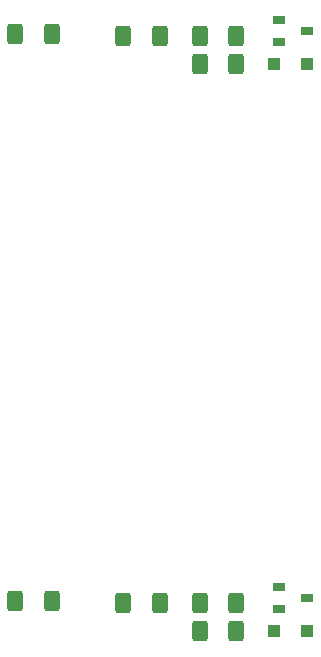
<source format=gtp>
%MOIN*%
%OFA0B0*%
%FSLAX46Y46*%
%IPPOS*%
%LPD*%
%AMRoundRect*
4,1,4,
0.07874015748031496,0.11811023622047245,
0.15748031496062992,0.19685039370078741,
0.23622047244094491,0.27559055118110237,
0.31496062992125984,0.35433070866141736,
0.07874015748031496,0.11811023622047245,
0*
1,1,$1,$2,$3*
1,1,$1,$2,$3*
1,1,$1,$2,$3*
1,1,$1,$2,$3*
20,1,$1,$2,$3,$4,$5,0*
20,1,$1,$2,$3,$4,$5,0*
20,1,$1,$2,$3,$4,$5,0*
20,1,$1,$2,$3,$4,$5,0*%
%AMCOMP15*
4,1,3,
0.015748031496062995,0.024606299212598427,
-0.015748031496062995,0.024606299212598427,
-0.015748031496062995,-0.024606299212598427,
0.015748031496062995,-0.024606299212598427,
0*
4,1,19,
0.015748031496062995,0.034448818897637797,
0.018789537346210115,0.033967091695818442,
0.02153331941232749,0.032569064905265233,
0.0237107971887298,0.030391587128862928,
0.025108823979283011,0.027647805062745546,
0.025590551181102365,0.024606299212598427,
0.025108823979283011,0.021564793362451307,
0.0237107971887298,0.018821011296333928,
0.021533319412327497,0.016643533519931621,
0.018789537346210115,0.015245506729378409,
0.015748031496062995,0.014763779527559057,
0.012706525645915871,0.015245506729378409,
0.009962743579798497,0.016643533519931621,
0.0077852658033961885,0.018821011296333925,
0.0063872390128429787,0.021564793362451307,
0.0059055118110236228,0.024606299212598427,
0.006387239012842977,0.027647805062745546,
0.0077852658033961868,0.030391587128862925,
0.0099627435797984918,0.032569064905265233,
0.012706525645915871,0.033967091695818442,
0*
4,1,19,
-0.015748031496062995,0.034448818897637797,
-0.012706525645915873,0.033967091695818442,
-0.0099627435797984935,0.032569064905265233,
-0.0077852658033961877,0.030391587128862928,
-0.0063872390128429787,0.027647805062745546,
-0.0059055118110236228,0.024606299212598427,
-0.006387239012842977,0.021564793362451307,
-0.0077852658033961877,0.018821011296333928,
-0.0099627435797984918,0.016643533519931621,
-0.012706525645915873,0.015245506729378409,
-0.015748031496062992,0.014763779527559057,
-0.018789537346210118,0.015245506729378409,
-0.02153331941232749,0.016643533519931621,
-0.0237107971887298,0.018821011296333925,
-0.025108823979283011,0.021564793362451307,
-0.025590551181102365,0.024606299212598427,
-0.025108823979283011,0.027647805062745546,
-0.0237107971887298,0.030391587128862925,
-0.021533319412327497,0.032569064905265233,
-0.018789537346210118,0.033967091695818442,
0*
4,1,19,
-0.015748031496062995,-0.014763779527559057,
-0.012706525645915873,-0.015245506729378409,
-0.0099627435797984935,-0.016643533519931621,
-0.0077852658033961877,-0.018821011296333928,
-0.0063872390128429787,-0.021564793362451307,
-0.0059055118110236228,-0.024606299212598427,
-0.006387239012842977,-0.027647805062745546,
-0.0077852658033961877,-0.030391587128862925,
-0.0099627435797984918,-0.032569064905265233,
-0.012706525645915873,-0.033967091695818442,
-0.015748031496062992,-0.034448818897637797,
-0.018789537346210118,-0.033967091695818442,
-0.02153331941232749,-0.032569064905265233,
-0.0237107971887298,-0.030391587128862928,
-0.025108823979283011,-0.027647805062745546,
-0.025590551181102365,-0.024606299212598427,
-0.025108823979283011,-0.021564793362451307,
-0.0237107971887298,-0.018821011296333928,
-0.021533319412327497,-0.016643533519931621,
-0.018789537346210118,-0.015245506729378409,
0*
4,1,19,
0.015748031496062995,-0.014763779527559057,
0.018789537346210115,-0.015245506729378409,
0.02153331941232749,-0.016643533519931621,
0.0237107971887298,-0.018821011296333928,
0.025108823979283011,-0.021564793362451307,
0.025590551181102365,-0.024606299212598427,
0.025108823979283011,-0.027647805062745546,
0.0237107971887298,-0.030391587128862925,
0.021533319412327497,-0.032569064905265233,
0.018789537346210115,-0.033967091695818442,
0.015748031496062995,-0.034448818897637797,
0.012706525645915871,-0.033967091695818442,
0.009962743579798497,-0.032569064905265233,
0.0077852658033961885,-0.030391587128862928,
0.0063872390128429787,-0.027647805062745546,
0.0059055118110236228,-0.024606299212598427,
0.006387239012842977,-0.021564793362451307,
0.0077852658033961868,-0.018821011296333928,
0.0099627435797984918,-0.016643533519931621,
0.012706525645915871,-0.015245506729378409,
0*
4,1,3,
0.015748031496062995,0.034448818897637797,
0.015748031496062995,0.014763779527559057,
-0.015748031496062995,0.014763779527559057,
-0.015748031496062995,0.034448818897637797,
0*
4,1,3,
-0.025590551181102365,0.024606299212598427,
-0.0059055118110236228,0.024606299212598427,
-0.0059055118110236228,-0.024606299212598427,
-0.025590551181102365,-0.024606299212598427,
0*
4,1,3,
-0.015748031496062995,-0.034448818897637797,
-0.015748031496062995,-0.014763779527559057,
0.015748031496062995,-0.014763779527559057,
0.015748031496062995,-0.034448818897637797,
0*
4,1,3,
0.025590551181102365,-0.024606299212598427,
0.0059055118110236228,-0.024606299212598427,
0.0059055118110236228,0.024606299212598427,
0.025590551181102365,0.024606299212598427,
0*%
%AMCOMP16*
4,1,3,
-0.015748031496062995,-0.024606299212598427,
0.015748031496062995,-0.024606299212598427,
0.015748031496062995,0.024606299212598427,
-0.015748031496062995,0.024606299212598427,
0*
4,1,19,
-0.015748031496062995,-0.014763779527559057,
-0.012706525645915873,-0.015245506729378409,
-0.0099627435797984935,-0.016643533519931621,
-0.0077852658033961877,-0.018821011296333928,
-0.0063872390128429787,-0.021564793362451307,
-0.0059055118110236228,-0.024606299212598427,
-0.006387239012842977,-0.027647805062745546,
-0.0077852658033961877,-0.030391587128862925,
-0.0099627435797984918,-0.032569064905265233,
-0.012706525645915873,-0.033967091695818442,
-0.015748031496062992,-0.034448818897637797,
-0.018789537346210118,-0.033967091695818442,
-0.02153331941232749,-0.032569064905265233,
-0.0237107971887298,-0.030391587128862928,
-0.025108823979283011,-0.027647805062745546,
-0.025590551181102365,-0.024606299212598427,
-0.025108823979283011,-0.021564793362451307,
-0.0237107971887298,-0.018821011296333928,
-0.021533319412327497,-0.016643533519931621,
-0.018789537346210118,-0.015245506729378409,
0*
4,1,19,
0.015748031496062995,-0.014763779527559057,
0.018789537346210115,-0.015245506729378409,
0.02153331941232749,-0.016643533519931621,
0.0237107971887298,-0.018821011296333928,
0.025108823979283011,-0.021564793362451307,
0.025590551181102365,-0.024606299212598427,
0.025108823979283011,-0.027647805062745546,
0.0237107971887298,-0.030391587128862925,
0.021533319412327497,-0.032569064905265233,
0.018789537346210115,-0.033967091695818442,
0.015748031496062995,-0.034448818897637797,
0.012706525645915871,-0.033967091695818442,
0.009962743579798497,-0.032569064905265233,
0.0077852658033961885,-0.030391587128862928,
0.0063872390128429787,-0.027647805062745546,
0.0059055118110236228,-0.024606299212598427,
0.006387239012842977,-0.021564793362451307,
0.0077852658033961868,-0.018821011296333928,
0.0099627435797984918,-0.016643533519931621,
0.012706525645915871,-0.015245506729378409,
0*
4,1,19,
0.015748031496062995,0.034448818897637797,
0.018789537346210115,0.033967091695818442,
0.02153331941232749,0.032569064905265233,
0.0237107971887298,0.030391587128862928,
0.025108823979283011,0.027647805062745546,
0.025590551181102365,0.024606299212598427,
0.025108823979283011,0.021564793362451307,
0.0237107971887298,0.018821011296333928,
0.021533319412327497,0.016643533519931621,
0.018789537346210115,0.015245506729378409,
0.015748031496062995,0.014763779527559057,
0.012706525645915871,0.015245506729378409,
0.009962743579798497,0.016643533519931621,
0.0077852658033961885,0.018821011296333925,
0.0063872390128429787,0.021564793362451307,
0.0059055118110236228,0.024606299212598427,
0.006387239012842977,0.027647805062745546,
0.0077852658033961868,0.030391587128862925,
0.0099627435797984918,0.032569064905265233,
0.012706525645915871,0.033967091695818442,
0*
4,1,19,
-0.015748031496062995,0.034448818897637797,
-0.012706525645915873,0.033967091695818442,
-0.0099627435797984935,0.032569064905265233,
-0.0077852658033961877,0.030391587128862928,
-0.0063872390128429787,0.027647805062745546,
-0.0059055118110236228,0.024606299212598427,
-0.006387239012842977,0.021564793362451307,
-0.0077852658033961877,0.018821011296333928,
-0.0099627435797984918,0.016643533519931621,
-0.012706525645915873,0.015245506729378409,
-0.015748031496062992,0.014763779527559057,
-0.018789537346210118,0.015245506729378409,
-0.02153331941232749,0.016643533519931621,
-0.0237107971887298,0.018821011296333925,
-0.025108823979283011,0.021564793362451307,
-0.025590551181102365,0.024606299212598427,
-0.025108823979283011,0.027647805062745546,
-0.0237107971887298,0.030391587128862925,
-0.021533319412327497,0.032569064905265233,
-0.018789537346210118,0.033967091695818442,
0*
4,1,3,
-0.015748031496062995,-0.034448818897637797,
-0.015748031496062995,-0.014763779527559057,
0.015748031496062995,-0.014763779527559057,
0.015748031496062995,-0.034448818897637797,
0*
4,1,3,
0.025590551181102365,-0.024606299212598427,
0.0059055118110236228,-0.024606299212598427,
0.0059055118110236228,0.024606299212598427,
0.025590551181102365,0.024606299212598427,
0*
4,1,3,
0.015748031496062995,0.034448818897637797,
0.015748031496062995,0.014763779527559057,
-0.015748031496062995,0.014763779527559057,
-0.015748031496062995,0.034448818897637797,
0*
4,1,3,
-0.025590551181102365,0.024606299212598427,
-0.0059055118110236228,0.024606299212598427,
-0.0059055118110236228,-0.024606299212598427,
-0.025590551181102365,-0.024606299212598427,
0*%
%AMRoundRect0*
4,1,4,
0.07874015748031496,0.11811023622047245,
0.15748031496062992,0.19685039370078741,
0.23622047244094491,0.27559055118110237,
0.31496062992125984,0.35433070866141736,
0.07874015748031496,0.11811023622047245,
0*
1,1,$1,$2,$3*
1,1,$1,$2,$3*
1,1,$1,$2,$3*
1,1,$1,$2,$3*
20,1,$1,$2,$3,$4,$5,0*
20,1,$1,$2,$3,$4,$5,0*
20,1,$1,$2,$3,$4,$5,0*
20,1,$1,$2,$3,$4,$5,0*%
%AMCOMP310*
4,1,3,
0.015748031496062995,0.024606299212598427,
-0.015748031496062995,0.024606299212598427,
-0.015748031496062995,-0.024606299212598427,
0.015748031496062995,-0.024606299212598427,
0*
4,1,19,
0.015748031496062995,0.034448818897637797,
0.018789537346210115,0.033967091695818442,
0.02153331941232749,0.032569064905265233,
0.0237107971887298,0.030391587128862928,
0.025108823979283011,0.027647805062745546,
0.025590551181102365,0.024606299212598427,
0.025108823979283011,0.021564793362451307,
0.0237107971887298,0.018821011296333928,
0.021533319412327497,0.016643533519931621,
0.018789537346210115,0.015245506729378409,
0.015748031496062995,0.014763779527559057,
0.012706525645915871,0.015245506729378409,
0.009962743579798497,0.016643533519931621,
0.0077852658033961885,0.018821011296333925,
0.0063872390128429787,0.021564793362451307,
0.0059055118110236228,0.024606299212598427,
0.006387239012842977,0.027647805062745546,
0.0077852658033961868,0.030391587128862925,
0.0099627435797984918,0.032569064905265233,
0.012706525645915871,0.033967091695818442,
0*
4,1,19,
-0.015748031496062995,0.034448818897637797,
-0.012706525645915873,0.033967091695818442,
-0.0099627435797984935,0.032569064905265233,
-0.0077852658033961877,0.030391587128862928,
-0.0063872390128429787,0.027647805062745546,
-0.0059055118110236228,0.024606299212598427,
-0.006387239012842977,0.021564793362451307,
-0.0077852658033961877,0.018821011296333928,
-0.0099627435797984918,0.016643533519931621,
-0.012706525645915873,0.015245506729378409,
-0.015748031496062992,0.014763779527559057,
-0.018789537346210118,0.015245506729378409,
-0.02153331941232749,0.016643533519931621,
-0.0237107971887298,0.018821011296333925,
-0.025108823979283011,0.021564793362451307,
-0.025590551181102365,0.024606299212598427,
-0.025108823979283011,0.027647805062745546,
-0.0237107971887298,0.030391587128862925,
-0.021533319412327497,0.032569064905265233,
-0.018789537346210118,0.033967091695818442,
0*
4,1,19,
-0.015748031496062995,-0.014763779527559057,
-0.012706525645915873,-0.015245506729378409,
-0.0099627435797984935,-0.016643533519931621,
-0.0077852658033961877,-0.018821011296333928,
-0.0063872390128429787,-0.021564793362451307,
-0.0059055118110236228,-0.024606299212598427,
-0.006387239012842977,-0.027647805062745546,
-0.0077852658033961877,-0.030391587128862925,
-0.0099627435797984918,-0.032569064905265233,
-0.012706525645915873,-0.033967091695818442,
-0.015748031496062992,-0.034448818897637797,
-0.018789537346210118,-0.033967091695818442,
-0.02153331941232749,-0.032569064905265233,
-0.0237107971887298,-0.030391587128862928,
-0.025108823979283011,-0.027647805062745546,
-0.025590551181102365,-0.024606299212598427,
-0.025108823979283011,-0.021564793362451307,
-0.0237107971887298,-0.018821011296333928,
-0.021533319412327497,-0.016643533519931621,
-0.018789537346210118,-0.015245506729378409,
0*
4,1,19,
0.015748031496062995,-0.014763779527559057,
0.018789537346210115,-0.015245506729378409,
0.02153331941232749,-0.016643533519931621,
0.0237107971887298,-0.018821011296333928,
0.025108823979283011,-0.021564793362451307,
0.025590551181102365,-0.024606299212598427,
0.025108823979283011,-0.027647805062745546,
0.0237107971887298,-0.030391587128862925,
0.021533319412327497,-0.032569064905265233,
0.018789537346210115,-0.033967091695818442,
0.015748031496062995,-0.034448818897637797,
0.012706525645915871,-0.033967091695818442,
0.009962743579798497,-0.032569064905265233,
0.0077852658033961885,-0.030391587128862928,
0.0063872390128429787,-0.027647805062745546,
0.0059055118110236228,-0.024606299212598427,
0.006387239012842977,-0.021564793362451307,
0.0077852658033961868,-0.018821011296333928,
0.0099627435797984918,-0.016643533519931621,
0.012706525645915871,-0.015245506729378409,
0*
4,1,3,
0.015748031496062995,0.034448818897637797,
0.015748031496062995,0.014763779527559057,
-0.015748031496062995,0.014763779527559057,
-0.015748031496062995,0.034448818897637797,
0*
4,1,3,
-0.025590551181102365,0.024606299212598427,
-0.0059055118110236228,0.024606299212598427,
-0.0059055118110236228,-0.024606299212598427,
-0.025590551181102365,-0.024606299212598427,
0*
4,1,3,
-0.015748031496062995,-0.034448818897637797,
-0.015748031496062995,-0.014763779527559057,
0.015748031496062995,-0.014763779527559057,
0.015748031496062995,-0.034448818897637797,
0*
4,1,3,
0.025590551181102365,-0.024606299212598427,
0.0059055118110236228,-0.024606299212598427,
0.0059055118110236228,0.024606299212598427,
0.025590551181102365,0.024606299212598427,
0*%
%AMCOMP320*
4,1,3,
-0.015748031496062995,-0.024606299212598427,
0.015748031496062995,-0.024606299212598427,
0.015748031496062995,0.024606299212598427,
-0.015748031496062995,0.024606299212598427,
0*
4,1,19,
-0.015748031496062995,-0.014763779527559057,
-0.012706525645915873,-0.015245506729378409,
-0.0099627435797984935,-0.016643533519931621,
-0.0077852658033961877,-0.018821011296333928,
-0.0063872390128429787,-0.021564793362451307,
-0.0059055118110236228,-0.024606299212598427,
-0.006387239012842977,-0.027647805062745546,
-0.0077852658033961877,-0.030391587128862925,
-0.0099627435797984918,-0.032569064905265233,
-0.012706525645915873,-0.033967091695818442,
-0.015748031496062992,-0.034448818897637797,
-0.018789537346210118,-0.033967091695818442,
-0.02153331941232749,-0.032569064905265233,
-0.0237107971887298,-0.030391587128862928,
-0.025108823979283011,-0.027647805062745546,
-0.025590551181102365,-0.024606299212598427,
-0.025108823979283011,-0.021564793362451307,
-0.0237107971887298,-0.018821011296333928,
-0.021533319412327497,-0.016643533519931621,
-0.018789537346210118,-0.015245506729378409,
0*
4,1,19,
0.015748031496062995,-0.014763779527559057,
0.018789537346210115,-0.015245506729378409,
0.02153331941232749,-0.016643533519931621,
0.0237107971887298,-0.018821011296333928,
0.025108823979283011,-0.021564793362451307,
0.025590551181102365,-0.024606299212598427,
0.025108823979283011,-0.027647805062745546,
0.0237107971887298,-0.030391587128862925,
0.021533319412327497,-0.032569064905265233,
0.018789537346210115,-0.033967091695818442,
0.015748031496062995,-0.034448818897637797,
0.012706525645915871,-0.033967091695818442,
0.009962743579798497,-0.032569064905265233,
0.0077852658033961885,-0.030391587128862928,
0.0063872390128429787,-0.027647805062745546,
0.0059055118110236228,-0.024606299212598427,
0.006387239012842977,-0.021564793362451307,
0.0077852658033961868,-0.018821011296333928,
0.0099627435797984918,-0.016643533519931621,
0.012706525645915871,-0.015245506729378409,
0*
4,1,19,
0.015748031496062995,0.034448818897637797,
0.018789537346210115,0.033967091695818442,
0.02153331941232749,0.032569064905265233,
0.0237107971887298,0.030391587128862928,
0.025108823979283011,0.027647805062745546,
0.025590551181102365,0.024606299212598427,
0.025108823979283011,0.021564793362451307,
0.0237107971887298,0.018821011296333928,
0.021533319412327497,0.016643533519931621,
0.018789537346210115,0.015245506729378409,
0.015748031496062995,0.014763779527559057,
0.012706525645915871,0.015245506729378409,
0.009962743579798497,0.016643533519931621,
0.0077852658033961885,0.018821011296333925,
0.0063872390128429787,0.021564793362451307,
0.0059055118110236228,0.024606299212598427,
0.006387239012842977,0.027647805062745546,
0.0077852658033961868,0.030391587128862925,
0.0099627435797984918,0.032569064905265233,
0.012706525645915871,0.033967091695818442,
0*
4,1,19,
-0.015748031496062995,0.034448818897637797,
-0.012706525645915873,0.033967091695818442,
-0.0099627435797984935,0.032569064905265233,
-0.0077852658033961877,0.030391587128862928,
-0.0063872390128429787,0.027647805062745546,
-0.0059055118110236228,0.024606299212598427,
-0.006387239012842977,0.021564793362451307,
-0.0077852658033961877,0.018821011296333928,
-0.0099627435797984918,0.016643533519931621,
-0.012706525645915873,0.015245506729378409,
-0.015748031496062992,0.014763779527559057,
-0.018789537346210118,0.015245506729378409,
-0.02153331941232749,0.016643533519931621,
-0.0237107971887298,0.018821011296333925,
-0.025108823979283011,0.021564793362451307,
-0.025590551181102365,0.024606299212598427,
-0.025108823979283011,0.027647805062745546,
-0.0237107971887298,0.030391587128862925,
-0.021533319412327497,0.032569064905265233,
-0.018789537346210118,0.033967091695818442,
0*
4,1,3,
-0.015748031496062995,-0.034448818897637797,
-0.015748031496062995,-0.014763779527559057,
0.015748031496062995,-0.014763779527559057,
0.015748031496062995,-0.034448818897637797,
0*
4,1,3,
0.025590551181102365,-0.024606299212598427,
0.0059055118110236228,-0.024606299212598427,
0.0059055118110236228,0.024606299212598427,
0.025590551181102365,0.024606299212598427,
0*
4,1,3,
0.015748031496062995,0.034448818897637797,
0.015748031496062995,0.014763779527559057,
-0.015748031496062995,0.014763779527559057,
-0.015748031496062995,0.034448818897637797,
0*
4,1,3,
-0.025590551181102365,0.024606299212598427,
-0.0059055118110236228,0.024606299212598427,
-0.0059055118110236228,-0.024606299212598427,
-0.025590551181102365,-0.024606299212598427,
0*%
%ADD10R,0.043307086614173235X0.043307086614173235*%
%ADD11R,0.03937007874015748X0.027559055118110236*%
%AMCOMP35*
4,1,3,
0.015748031496062995,0.024606299212598427,
-0.015748031496062995,0.024606299212598427,
-0.015748031496062995,-0.024606299212598427,
0.015748031496062995,-0.024606299212598427,
0*
4,1,19,
0.015748031496062995,0.034448818897637797,
0.018789537346210115,0.033967091695818442,
0.02153331941232749,0.032569064905265233,
0.0237107971887298,0.030391587128862928,
0.025108823979283011,0.027647805062745546,
0.025590551181102365,0.024606299212598427,
0.025108823979283011,0.021564793362451307,
0.0237107971887298,0.018821011296333928,
0.021533319412327497,0.016643533519931621,
0.018789537346210115,0.015245506729378409,
0.015748031496062995,0.014763779527559057,
0.012706525645915871,0.015245506729378409,
0.009962743579798497,0.016643533519931621,
0.0077852658033961885,0.018821011296333925,
0.0063872390128429787,0.021564793362451307,
0.0059055118110236228,0.024606299212598427,
0.006387239012842977,0.027647805062745546,
0.0077852658033961868,0.030391587128862925,
0.0099627435797984918,0.032569064905265233,
0.012706525645915871,0.033967091695818442,
0*
4,1,19,
-0.015748031496062995,0.034448818897637797,
-0.012706525645915873,0.033967091695818442,
-0.0099627435797984935,0.032569064905265233,
-0.0077852658033961877,0.030391587128862928,
-0.0063872390128429787,0.027647805062745546,
-0.0059055118110236228,0.024606299212598427,
-0.006387239012842977,0.021564793362451307,
-0.0077852658033961877,0.018821011296333928,
-0.0099627435797984918,0.016643533519931621,
-0.012706525645915873,0.015245506729378409,
-0.015748031496062992,0.014763779527559057,
-0.018789537346210118,0.015245506729378409,
-0.02153331941232749,0.016643533519931621,
-0.0237107971887298,0.018821011296333925,
-0.025108823979283011,0.021564793362451307,
-0.025590551181102365,0.024606299212598427,
-0.025108823979283011,0.027647805062745546,
-0.0237107971887298,0.030391587128862925,
-0.021533319412327497,0.032569064905265233,
-0.018789537346210118,0.033967091695818442,
0*
4,1,19,
-0.015748031496062995,-0.014763779527559057,
-0.012706525645915873,-0.015245506729378409,
-0.0099627435797984935,-0.016643533519931621,
-0.0077852658033961877,-0.018821011296333928,
-0.0063872390128429787,-0.021564793362451307,
-0.0059055118110236228,-0.024606299212598427,
-0.006387239012842977,-0.027647805062745546,
-0.0077852658033961877,-0.030391587128862925,
-0.0099627435797984918,-0.032569064905265233,
-0.012706525645915873,-0.033967091695818442,
-0.015748031496062992,-0.034448818897637797,
-0.018789537346210118,-0.033967091695818442,
-0.02153331941232749,-0.032569064905265233,
-0.0237107971887298,-0.030391587128862928,
-0.025108823979283011,-0.027647805062745546,
-0.025590551181102365,-0.024606299212598427,
-0.025108823979283011,-0.021564793362451307,
-0.0237107971887298,-0.018821011296333928,
-0.021533319412327497,-0.016643533519931621,
-0.018789537346210118,-0.015245506729378409,
0*
4,1,19,
0.015748031496062995,-0.014763779527559057,
0.018789537346210115,-0.015245506729378409,
0.02153331941232749,-0.016643533519931621,
0.0237107971887298,-0.018821011296333928,
0.025108823979283011,-0.021564793362451307,
0.025590551181102365,-0.024606299212598427,
0.025108823979283011,-0.027647805062745546,
0.0237107971887298,-0.030391587128862925,
0.021533319412327497,-0.032569064905265233,
0.018789537346210115,-0.033967091695818442,
0.015748031496062995,-0.034448818897637797,
0.012706525645915871,-0.033967091695818442,
0.009962743579798497,-0.032569064905265233,
0.0077852658033961885,-0.030391587128862928,
0.0063872390128429787,-0.027647805062745546,
0.0059055118110236228,-0.024606299212598427,
0.006387239012842977,-0.021564793362451307,
0.0077852658033961868,-0.018821011296333928,
0.0099627435797984918,-0.016643533519931621,
0.012706525645915871,-0.015245506729378409,
0*
4,1,3,
0.015748031496062995,0.034448818897637797,
0.015748031496062995,0.014763779527559057,
-0.015748031496062995,0.014763779527559057,
-0.015748031496062995,0.034448818897637797,
0*
4,1,3,
-0.025590551181102365,0.024606299212598427,
-0.0059055118110236228,0.024606299212598427,
-0.0059055118110236228,-0.024606299212598427,
-0.025590551181102365,-0.024606299212598427,
0*
4,1,3,
-0.015748031496062995,-0.034448818897637797,
-0.015748031496062995,-0.014763779527559057,
0.015748031496062995,-0.014763779527559057,
0.015748031496062995,-0.034448818897637797,
0*
4,1,3,
0.025590551181102365,-0.024606299212598427,
0.0059055118110236228,-0.024606299212598427,
0.0059055118110236228,0.024606299212598427,
0.025590551181102365,0.024606299212598427,
0*%
%ADD12COMP35,0.25X0.4X0.625X-0.4X0.625X-0.4X-0.625X0.4X-0.625X0*%
%AMCOMP41*
4,1,3,
-0.015748031496062995,-0.024606299212598427,
0.015748031496062995,-0.024606299212598427,
0.015748031496062995,0.024606299212598427,
-0.015748031496062995,0.024606299212598427,
0*
4,1,19,
-0.015748031496062995,-0.014763779527559057,
-0.012706525645915873,-0.015245506729378409,
-0.0099627435797984935,-0.016643533519931621,
-0.0077852658033961877,-0.018821011296333928,
-0.0063872390128429787,-0.021564793362451307,
-0.0059055118110236228,-0.024606299212598427,
-0.006387239012842977,-0.027647805062745546,
-0.0077852658033961877,-0.030391587128862925,
-0.0099627435797984918,-0.032569064905265233,
-0.012706525645915873,-0.033967091695818442,
-0.015748031496062992,-0.034448818897637797,
-0.018789537346210118,-0.033967091695818442,
-0.02153331941232749,-0.032569064905265233,
-0.0237107971887298,-0.030391587128862928,
-0.025108823979283011,-0.027647805062745546,
-0.025590551181102365,-0.024606299212598427,
-0.025108823979283011,-0.021564793362451307,
-0.0237107971887298,-0.018821011296333928,
-0.021533319412327497,-0.016643533519931621,
-0.018789537346210118,-0.015245506729378409,
0*
4,1,19,
0.015748031496062995,-0.014763779527559057,
0.018789537346210115,-0.015245506729378409,
0.02153331941232749,-0.016643533519931621,
0.0237107971887298,-0.018821011296333928,
0.025108823979283011,-0.021564793362451307,
0.025590551181102365,-0.024606299212598427,
0.025108823979283011,-0.027647805062745546,
0.0237107971887298,-0.030391587128862925,
0.021533319412327497,-0.032569064905265233,
0.018789537346210115,-0.033967091695818442,
0.015748031496062995,-0.034448818897637797,
0.012706525645915871,-0.033967091695818442,
0.009962743579798497,-0.032569064905265233,
0.0077852658033961885,-0.030391587128862928,
0.0063872390128429787,-0.027647805062745546,
0.0059055118110236228,-0.024606299212598427,
0.006387239012842977,-0.021564793362451307,
0.0077852658033961868,-0.018821011296333928,
0.0099627435797984918,-0.016643533519931621,
0.012706525645915871,-0.015245506729378409,
0*
4,1,19,
0.015748031496062995,0.034448818897637797,
0.018789537346210115,0.033967091695818442,
0.02153331941232749,0.032569064905265233,
0.0237107971887298,0.030391587128862928,
0.025108823979283011,0.027647805062745546,
0.025590551181102365,0.024606299212598427,
0.025108823979283011,0.021564793362451307,
0.0237107971887298,0.018821011296333928,
0.021533319412327497,0.016643533519931621,
0.018789537346210115,0.015245506729378409,
0.015748031496062995,0.014763779527559057,
0.012706525645915871,0.015245506729378409,
0.009962743579798497,0.016643533519931621,
0.0077852658033961885,0.018821011296333925,
0.0063872390128429787,0.021564793362451307,
0.0059055118110236228,0.024606299212598427,
0.006387239012842977,0.027647805062745546,
0.0077852658033961868,0.030391587128862925,
0.0099627435797984918,0.032569064905265233,
0.012706525645915871,0.033967091695818442,
0*
4,1,19,
-0.015748031496062995,0.034448818897637797,
-0.012706525645915873,0.033967091695818442,
-0.0099627435797984935,0.032569064905265233,
-0.0077852658033961877,0.030391587128862928,
-0.0063872390128429787,0.027647805062745546,
-0.0059055118110236228,0.024606299212598427,
-0.006387239012842977,0.021564793362451307,
-0.0077852658033961877,0.018821011296333928,
-0.0099627435797984918,0.016643533519931621,
-0.012706525645915873,0.015245506729378409,
-0.015748031496062992,0.014763779527559057,
-0.018789537346210118,0.015245506729378409,
-0.02153331941232749,0.016643533519931621,
-0.0237107971887298,0.018821011296333925,
-0.025108823979283011,0.021564793362451307,
-0.025590551181102365,0.024606299212598427,
-0.025108823979283011,0.027647805062745546,
-0.0237107971887298,0.030391587128862925,
-0.021533319412327497,0.032569064905265233,
-0.018789537346210118,0.033967091695818442,
0*
4,1,3,
-0.015748031496062995,-0.034448818897637797,
-0.015748031496062995,-0.014763779527559057,
0.015748031496062995,-0.014763779527559057,
0.015748031496062995,-0.034448818897637797,
0*
4,1,3,
0.025590551181102365,-0.024606299212598427,
0.0059055118110236228,-0.024606299212598427,
0.0059055118110236228,0.024606299212598427,
0.025590551181102365,0.024606299212598427,
0*
4,1,3,
0.015748031496062995,0.034448818897637797,
0.015748031496062995,0.014763779527559057,
-0.015748031496062995,0.014763779527559057,
-0.015748031496062995,0.034448818897637797,
0*
4,1,3,
-0.025590551181102365,0.024606299212598427,
-0.0059055118110236228,0.024606299212598427,
-0.0059055118110236228,-0.024606299212598427,
-0.025590551181102365,-0.024606299212598427,
0*%
%ADD13COMP41,0.25X-0.4X-0.625X0.4X-0.625X0.4X0.625X-0.4X0.625X0*%
%ADD24R,0.043307086614173235X0.043307086614173235*%
%ADD25R,0.03937007874015748X0.027559055118110236*%
%AMCOMP47*
4,1,3,
0.015748031496062995,0.024606299212598427,
-0.015748031496062995,0.024606299212598427,
-0.015748031496062995,-0.024606299212598427,
0.015748031496062995,-0.024606299212598427,
0*
4,1,19,
0.015748031496062995,0.034448818897637797,
0.018789537346210115,0.033967091695818442,
0.02153331941232749,0.032569064905265233,
0.0237107971887298,0.030391587128862928,
0.025108823979283011,0.027647805062745546,
0.025590551181102365,0.024606299212598427,
0.025108823979283011,0.021564793362451307,
0.0237107971887298,0.018821011296333928,
0.021533319412327497,0.016643533519931621,
0.018789537346210115,0.015245506729378409,
0.015748031496062995,0.014763779527559057,
0.012706525645915871,0.015245506729378409,
0.009962743579798497,0.016643533519931621,
0.0077852658033961885,0.018821011296333925,
0.0063872390128429787,0.021564793362451307,
0.0059055118110236228,0.024606299212598427,
0.006387239012842977,0.027647805062745546,
0.0077852658033961868,0.030391587128862925,
0.0099627435797984918,0.032569064905265233,
0.012706525645915871,0.033967091695818442,
0*
4,1,19,
-0.015748031496062995,0.034448818897637797,
-0.012706525645915873,0.033967091695818442,
-0.0099627435797984935,0.032569064905265233,
-0.0077852658033961877,0.030391587128862928,
-0.0063872390128429787,0.027647805062745546,
-0.0059055118110236228,0.024606299212598427,
-0.006387239012842977,0.021564793362451307,
-0.0077852658033961877,0.018821011296333928,
-0.0099627435797984918,0.016643533519931621,
-0.012706525645915873,0.015245506729378409,
-0.015748031496062992,0.014763779527559057,
-0.018789537346210118,0.015245506729378409,
-0.02153331941232749,0.016643533519931621,
-0.0237107971887298,0.018821011296333925,
-0.025108823979283011,0.021564793362451307,
-0.025590551181102365,0.024606299212598427,
-0.025108823979283011,0.027647805062745546,
-0.0237107971887298,0.030391587128862925,
-0.021533319412327497,0.032569064905265233,
-0.018789537346210118,0.033967091695818442,
0*
4,1,19,
-0.015748031496062995,-0.014763779527559057,
-0.012706525645915873,-0.015245506729378409,
-0.0099627435797984935,-0.016643533519931621,
-0.0077852658033961877,-0.018821011296333928,
-0.0063872390128429787,-0.021564793362451307,
-0.0059055118110236228,-0.024606299212598427,
-0.006387239012842977,-0.027647805062745546,
-0.0077852658033961877,-0.030391587128862925,
-0.0099627435797984918,-0.032569064905265233,
-0.012706525645915873,-0.033967091695818442,
-0.015748031496062992,-0.034448818897637797,
-0.018789537346210118,-0.033967091695818442,
-0.02153331941232749,-0.032569064905265233,
-0.0237107971887298,-0.030391587128862928,
-0.025108823979283011,-0.027647805062745546,
-0.025590551181102365,-0.024606299212598427,
-0.025108823979283011,-0.021564793362451307,
-0.0237107971887298,-0.018821011296333928,
-0.021533319412327497,-0.016643533519931621,
-0.018789537346210118,-0.015245506729378409,
0*
4,1,19,
0.015748031496062995,-0.014763779527559057,
0.018789537346210115,-0.015245506729378409,
0.02153331941232749,-0.016643533519931621,
0.0237107971887298,-0.018821011296333928,
0.025108823979283011,-0.021564793362451307,
0.025590551181102365,-0.024606299212598427,
0.025108823979283011,-0.027647805062745546,
0.0237107971887298,-0.030391587128862925,
0.021533319412327497,-0.032569064905265233,
0.018789537346210115,-0.033967091695818442,
0.015748031496062995,-0.034448818897637797,
0.012706525645915871,-0.033967091695818442,
0.009962743579798497,-0.032569064905265233,
0.0077852658033961885,-0.030391587128862928,
0.0063872390128429787,-0.027647805062745546,
0.0059055118110236228,-0.024606299212598427,
0.006387239012842977,-0.021564793362451307,
0.0077852658033961868,-0.018821011296333928,
0.0099627435797984918,-0.016643533519931621,
0.012706525645915871,-0.015245506729378409,
0*
4,1,3,
0.015748031496062995,0.034448818897637797,
0.015748031496062995,0.014763779527559057,
-0.015748031496062995,0.014763779527559057,
-0.015748031496062995,0.034448818897637797,
0*
4,1,3,
-0.025590551181102365,0.024606299212598427,
-0.0059055118110236228,0.024606299212598427,
-0.0059055118110236228,-0.024606299212598427,
-0.025590551181102365,-0.024606299212598427,
0*
4,1,3,
-0.015748031496062995,-0.034448818897637797,
-0.015748031496062995,-0.014763779527559057,
0.015748031496062995,-0.014763779527559057,
0.015748031496062995,-0.034448818897637797,
0*
4,1,3,
0.025590551181102365,-0.024606299212598427,
0.0059055118110236228,-0.024606299212598427,
0.0059055118110236228,0.024606299212598427,
0.025590551181102365,0.024606299212598427,
0*%
%ADD26COMP47,0.25X0.4X0.625X-0.4X0.625X-0.4X-0.625X0.4X-0.625X0*%
%AMCOMP53*
4,1,3,
-0.015748031496062995,-0.024606299212598427,
0.015748031496062995,-0.024606299212598427,
0.015748031496062995,0.024606299212598427,
-0.015748031496062995,0.024606299212598427,
0*
4,1,19,
-0.015748031496062995,-0.014763779527559057,
-0.012706525645915873,-0.015245506729378409,
-0.0099627435797984935,-0.016643533519931621,
-0.0077852658033961877,-0.018821011296333928,
-0.0063872390128429787,-0.021564793362451307,
-0.0059055118110236228,-0.024606299212598427,
-0.006387239012842977,-0.027647805062745546,
-0.0077852658033961877,-0.030391587128862925,
-0.0099627435797984918,-0.032569064905265233,
-0.012706525645915873,-0.033967091695818442,
-0.015748031496062992,-0.034448818897637797,
-0.018789537346210118,-0.033967091695818442,
-0.02153331941232749,-0.032569064905265233,
-0.0237107971887298,-0.030391587128862928,
-0.025108823979283011,-0.027647805062745546,
-0.025590551181102365,-0.024606299212598427,
-0.025108823979283011,-0.021564793362451307,
-0.0237107971887298,-0.018821011296333928,
-0.021533319412327497,-0.016643533519931621,
-0.018789537346210118,-0.015245506729378409,
0*
4,1,19,
0.015748031496062995,-0.014763779527559057,
0.018789537346210115,-0.015245506729378409,
0.02153331941232749,-0.016643533519931621,
0.0237107971887298,-0.018821011296333928,
0.025108823979283011,-0.021564793362451307,
0.025590551181102365,-0.024606299212598427,
0.025108823979283011,-0.027647805062745546,
0.0237107971887298,-0.030391587128862925,
0.021533319412327497,-0.032569064905265233,
0.018789537346210115,-0.033967091695818442,
0.015748031496062995,-0.034448818897637797,
0.012706525645915871,-0.033967091695818442,
0.009962743579798497,-0.032569064905265233,
0.0077852658033961885,-0.030391587128862928,
0.0063872390128429787,-0.027647805062745546,
0.0059055118110236228,-0.024606299212598427,
0.006387239012842977,-0.021564793362451307,
0.0077852658033961868,-0.018821011296333928,
0.0099627435797984918,-0.016643533519931621,
0.012706525645915871,-0.015245506729378409,
0*
4,1,19,
0.015748031496062995,0.034448818897637797,
0.018789537346210115,0.033967091695818442,
0.02153331941232749,0.032569064905265233,
0.0237107971887298,0.030391587128862928,
0.025108823979283011,0.027647805062745546,
0.025590551181102365,0.024606299212598427,
0.025108823979283011,0.021564793362451307,
0.0237107971887298,0.018821011296333928,
0.021533319412327497,0.016643533519931621,
0.018789537346210115,0.015245506729378409,
0.015748031496062995,0.014763779527559057,
0.012706525645915871,0.015245506729378409,
0.009962743579798497,0.016643533519931621,
0.0077852658033961885,0.018821011296333925,
0.0063872390128429787,0.021564793362451307,
0.0059055118110236228,0.024606299212598427,
0.006387239012842977,0.027647805062745546,
0.0077852658033961868,0.030391587128862925,
0.0099627435797984918,0.032569064905265233,
0.012706525645915871,0.033967091695818442,
0*
4,1,19,
-0.015748031496062995,0.034448818897637797,
-0.012706525645915873,0.033967091695818442,
-0.0099627435797984935,0.032569064905265233,
-0.0077852658033961877,0.030391587128862928,
-0.0063872390128429787,0.027647805062745546,
-0.0059055118110236228,0.024606299212598427,
-0.006387239012842977,0.021564793362451307,
-0.0077852658033961877,0.018821011296333928,
-0.0099627435797984918,0.016643533519931621,
-0.012706525645915873,0.015245506729378409,
-0.015748031496062992,0.014763779527559057,
-0.018789537346210118,0.015245506729378409,
-0.02153331941232749,0.016643533519931621,
-0.0237107971887298,0.018821011296333925,
-0.025108823979283011,0.021564793362451307,
-0.025590551181102365,0.024606299212598427,
-0.025108823979283011,0.027647805062745546,
-0.0237107971887298,0.030391587128862925,
-0.021533319412327497,0.032569064905265233,
-0.018789537346210118,0.033967091695818442,
0*
4,1,3,
-0.015748031496062995,-0.034448818897637797,
-0.015748031496062995,-0.014763779527559057,
0.015748031496062995,-0.014763779527559057,
0.015748031496062995,-0.034448818897637797,
0*
4,1,3,
0.025590551181102365,-0.024606299212598427,
0.0059055118110236228,-0.024606299212598427,
0.0059055118110236228,0.024606299212598427,
0.025590551181102365,0.024606299212598427,
0*
4,1,3,
0.015748031496062995,0.034448818897637797,
0.015748031496062995,0.014763779527559057,
-0.015748031496062995,0.014763779527559057,
-0.015748031496062995,0.034448818897637797,
0*
4,1,3,
-0.025590551181102365,0.024606299212598427,
-0.0059055118110236228,0.024606299212598427,
-0.0059055118110236228,-0.024606299212598427,
-0.025590551181102365,-0.024606299212598427,
0*%
%ADD27COMP53,0.25X-0.4X-0.625X0.4X-0.625X0.4X0.625X-0.4X0.625X0*%
%LPD*%
G01*
D10*
X-0002952755Y0005275590D02*
X0001727125Y0000400590D03*
X0001837362Y0000400590D03*
D11*
X0001744999Y0000547992D03*
X0001744999Y0000473188D03*
X0001839488Y0000510590D03*
D12*
X0001603267Y0000495590D03*
X0001481220Y0000495590D03*
D13*
X0001481220Y0000400590D03*
X0001603267Y0000400590D03*
X0001226220Y0000495590D03*
X0001348267Y0000495590D03*
X0000866220Y0000500590D03*
X0000988267Y0000500590D03*
G04 next file*
%LPD*%
G04 #@! TF.GenerationSoftware,KiCad,Pcbnew,(6.0.5)*
G04 #@! TF.CreationDate,2022-08-01T18:55:39+01:00*
G04 #@! TF.ProjectId,LED-RPi-PCB,4c45442d-5250-4692-9d50-43422e6b6963,rev?*
G04 #@! TF.SameCoordinates,Original*
G04 #@! TF.FileFunction,Paste,Top*
G04 #@! TF.FilePolarity,Positive*
G04 Gerber Fmt 4.6, Leading zero omitted, Abs format (unit mm)*
G04 Created by KiCad (PCBNEW (6.0.5)) date 2022-08-01 18:55:39*
G01*
G04 APERTURE LIST*
G04 Aperture macros list*
G04 Aperture macros list end*
G04 APERTURE END LIST*
D24*
X-0002952755Y0007165354D02*
X0001727125Y0002290354D03*
X0001837362Y0002290354D03*
D25*
X0001744999Y0002437755D03*
X0001744999Y0002362952D03*
X0001839488Y0002400354D03*
D26*
X0001603267Y0002385354D03*
X0001481220Y0002385354D03*
D27*
X0001481220Y0002290354D03*
X0001603267Y0002290354D03*
X0001226220Y0002385354D03*
X0001348267Y0002385354D03*
X0000866220Y0002390354D03*
X0000988267Y0002390354D03*
M02*
</source>
